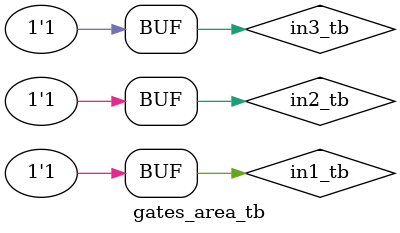
<source format=v>
module gates_area_tb(); // It's good to add "_tb"

  reg in1_tb; // Must be reg type, because in our model b1_i is wire type
  reg in2_tb;
  reg in3_tb;
  wire out_tb; // Must be wire, because it's output port
  
  gates_area UUT1( // UUT is an instance of the gate module. UUT - unit under test
    .in1(in1_tb),  // Binding vars from test with vars from model
    .in2(in2_tb),
    .in3(in3_tb),
    .out_or(out_tb)
  );

  initial begin // Behavioral level, there are two types of blocks at this level: initial and 
  // always. Inside these blocks, the instructions are executed sequentially.
    $dumpfile("tb.vcd"); 
    $dumpvars;
    $display("\t\t time | in1 | in2 | in3 | out");
    $monitor($time, "  |  %d  |  %d  |  %d  |  %d", in1_tb, in2_tb, in3_tb, out_tb);
    // %d will print the variable in decimal,
    // %4b will print the varilable in binary - that has width of 4,
    // %h will print the variable in hexadecimal.
    
    in1_tb = 0;
    in2_tb = 0;
    in3_tb = 0;
    #1
    in1_tb = 0;
    in2_tb = 1;
    in3_tb = 1;
    #1
    in1_tb = 1;
    in2_tb = 0;
    in3_tb = 0;
	#1
    in1_tb = 1;
    in2_tb = 1;
    in3_tb = 1;
    // In this case we aren't add $finish command ($finish ends simulation,
    // dumpfile operation and variable monitoring), because we don't have
    // infinite loop. In this testbench the code will run sequentially.
  end
endmodule









</source>
